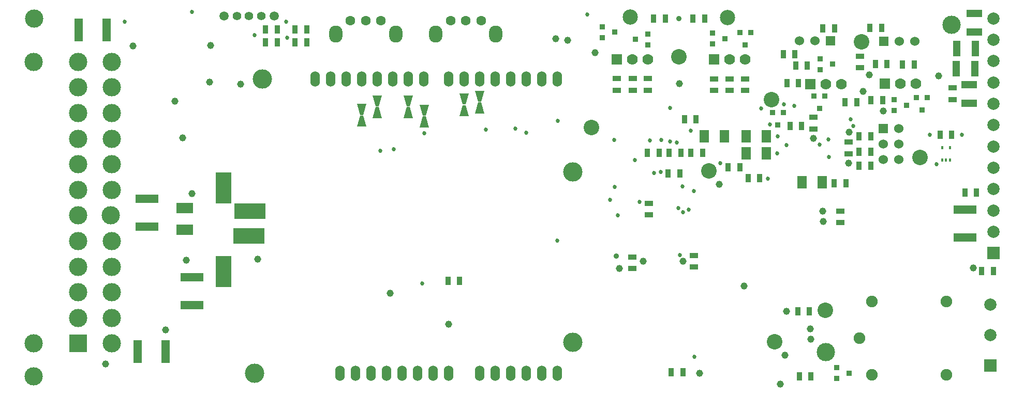
<source format=gbs>
G04 (created by PCBNEW (2013-07-07 BZR 4022)-stable) date 31/03/2014 17:29:00*
%MOIN*%
G04 Gerber Fmt 3.4, Leading zero omitted, Abs format*
%FSLAX34Y34*%
G01*
G70*
G90*
G04 APERTURE LIST*
%ADD10C,0.006*%
%ADD11C,0.0984252*%
%ADD12R,0.036X0.036*%
%ADD13R,0.035X0.055*%
%ADD14R,0.012X0.02*%
%ADD15R,0.06X0.08*%
%ADD16R,0.055X0.035*%
%ADD17R,0.06X0.06*%
%ADD18C,0.06*%
%ADD19R,0.0787402X0.0787402*%
%ADD20C,0.0787402*%
%ADD21R,0.15X0.055*%
%ADD22R,0.055X0.15*%
%ADD23R,0.11X0.07*%
%ADD24C,0.075*%
%ADD25C,0.11811*%
%ADD26R,0.1X0.05*%
%ADD27R,0.05X0.1*%
%ADD28C,0.07*%
%ADD29R,0.07X0.07*%
%ADD30O,0.0866142X0.110236*%
%ADD31C,0.0629921*%
%ADD32C,0.0590551*%
%ADD33C,0.0551181*%
%ADD34O,0.06X0.1*%
%ADD35C,0.125*%
%ADD36R,0.11811X0.11811*%
%ADD37C,0.1*%
%ADD38R,0.1X0.1*%
%ADD39C,0.046*%
%ADD40C,0.027*%
%ADD41C,0.035*%
G04 APERTURE END LIST*
G54D10*
G54D11*
X95650Y-39550D03*
G54D12*
X102700Y-62150D03*
X102700Y-62850D03*
X103500Y-62500D03*
G54D13*
X100275Y-62700D03*
X101025Y-62700D03*
X92025Y-62450D03*
X92775Y-62450D03*
X100925Y-58500D03*
X100175Y-58500D03*
G54D14*
X109975Y-48750D03*
X109475Y-48750D03*
X109975Y-47950D03*
X109725Y-48750D03*
X109475Y-47950D03*
G54D15*
X98150Y-47200D03*
X96850Y-47200D03*
X94150Y-47200D03*
X95450Y-47200D03*
X100450Y-50175D03*
X101750Y-50175D03*
X96850Y-48300D03*
X98150Y-48300D03*
G54D16*
X89525Y-55000D03*
X89525Y-55750D03*
G54D13*
X94050Y-48275D03*
X93300Y-48275D03*
X91250Y-48275D03*
X90500Y-48275D03*
G54D16*
X103450Y-48325D03*
X103450Y-47575D03*
X101200Y-45975D03*
X101200Y-46725D03*
G54D13*
X109350Y-47100D03*
X110100Y-47100D03*
X104875Y-49100D03*
X104125Y-49100D03*
X104875Y-48200D03*
X104125Y-48200D03*
X103275Y-50250D03*
X102525Y-50250D03*
X104875Y-47200D03*
X104125Y-47200D03*
X96975Y-49900D03*
X97725Y-49900D03*
G54D17*
X105700Y-46700D03*
G54D18*
X106700Y-46700D03*
X105700Y-47700D03*
X106700Y-47700D03*
X105700Y-48700D03*
X106700Y-48700D03*
G54D13*
X93625Y-46100D03*
X92875Y-46100D03*
G54D19*
X112600Y-62000D03*
G54D20*
X112600Y-60031D03*
X112600Y-58062D03*
G54D19*
X112800Y-54750D03*
G54D20*
X112800Y-53372D03*
X112800Y-51994D03*
X112800Y-50616D03*
X112800Y-49238D03*
X112800Y-47860D03*
X112800Y-46482D03*
X112800Y-45104D03*
X112800Y-43726D03*
X112800Y-42348D03*
X112800Y-40970D03*
X112800Y-39592D03*
G54D13*
X78400Y-56525D03*
X77650Y-56525D03*
G54D12*
X99250Y-45675D03*
X98550Y-45675D03*
X98900Y-46475D03*
G54D21*
X110950Y-53750D03*
X110950Y-51950D03*
G54D16*
X102925Y-52775D03*
X102925Y-52025D03*
X90575Y-52275D03*
X90575Y-51525D03*
G54D21*
X58250Y-53050D03*
X58250Y-51250D03*
G54D22*
X57650Y-61100D03*
X59450Y-61100D03*
G54D21*
X61150Y-58100D03*
X61150Y-56300D03*
G54D22*
X53850Y-40325D03*
X55650Y-40325D03*
G54D23*
X60700Y-53250D03*
X60700Y-51850D03*
G54D13*
X100050Y-42650D03*
X100800Y-42650D03*
X104825Y-40200D03*
X105575Y-40200D03*
X105925Y-42550D03*
X105175Y-42550D03*
X107675Y-42575D03*
X106925Y-42575D03*
G54D16*
X95800Y-43500D03*
X95800Y-44250D03*
G54D13*
X103225Y-45000D03*
X103975Y-45000D03*
X104900Y-44875D03*
X105650Y-44875D03*
G54D16*
X90525Y-44225D03*
X90525Y-43475D03*
X96775Y-43500D03*
X96775Y-44250D03*
G54D13*
X101800Y-40225D03*
X102550Y-40225D03*
X99250Y-41900D03*
X100000Y-41900D03*
X68550Y-41150D03*
X67800Y-41150D03*
X66650Y-41150D03*
X65900Y-41150D03*
X65900Y-40300D03*
X66650Y-40300D03*
X67800Y-40300D03*
X68550Y-40300D03*
G54D16*
X89550Y-44225D03*
X89550Y-43475D03*
X104200Y-42025D03*
X104200Y-42775D03*
G54D13*
X100225Y-43775D03*
X99475Y-43775D03*
G54D16*
X94800Y-43500D03*
X94800Y-44250D03*
X88525Y-44225D03*
X88525Y-43475D03*
G54D12*
X90525Y-41300D03*
X90525Y-40600D03*
X89725Y-40950D03*
X106375Y-44850D03*
X106375Y-45550D03*
X107175Y-45200D03*
X101925Y-44600D03*
X101225Y-44600D03*
X101575Y-45400D03*
X94700Y-40550D03*
X94700Y-41250D03*
X95500Y-40900D03*
X97150Y-40500D03*
X96450Y-40500D03*
X96800Y-41300D03*
X101625Y-42200D03*
X101625Y-42900D03*
X102425Y-42550D03*
X87600Y-40125D03*
X87600Y-40825D03*
X88400Y-40475D03*
X108525Y-44700D03*
X107825Y-44700D03*
X108175Y-45500D03*
G54D13*
X112775Y-55900D03*
X112025Y-55900D03*
G54D16*
X93475Y-54900D03*
X93475Y-55650D03*
G54D24*
X104150Y-60250D03*
X104940Y-57890D03*
X109740Y-57890D03*
X109740Y-62610D03*
X104940Y-62610D03*
G54D25*
X51000Y-39600D03*
X50950Y-62700D03*
X110100Y-40000D03*
G54D13*
X92650Y-48275D03*
X91900Y-48275D03*
G54D16*
X110150Y-44825D03*
X110150Y-44075D03*
G54D26*
X111550Y-39275D03*
X111550Y-40475D03*
G54D27*
X111600Y-42850D03*
X110400Y-42850D03*
X111625Y-41550D03*
X110425Y-41550D03*
G54D26*
X111225Y-45075D03*
X111225Y-43875D03*
G54D13*
X91825Y-49600D03*
X92575Y-49600D03*
G54D11*
X89400Y-39500D03*
G54D13*
X91650Y-39600D03*
X90900Y-39600D03*
X93425Y-39600D03*
X94175Y-39600D03*
G54D28*
X89525Y-42250D03*
X90525Y-42250D03*
G54D29*
X88525Y-42250D03*
G54D28*
X106800Y-43800D03*
X107800Y-43800D03*
G54D29*
X105800Y-43800D03*
G54D28*
X102000Y-43825D03*
X103000Y-43825D03*
G54D29*
X101000Y-43825D03*
G54D28*
X95800Y-42250D03*
X96800Y-42250D03*
G54D29*
X94800Y-42250D03*
G54D30*
X74279Y-40616D03*
X70420Y-40616D03*
G54D31*
X72350Y-39750D03*
X73334Y-39750D03*
X71365Y-39750D03*
G54D30*
X80729Y-40616D03*
X76870Y-40616D03*
G54D31*
X78800Y-39750D03*
X79784Y-39750D03*
X77815Y-39750D03*
G54D32*
X66450Y-39425D03*
X63221Y-39425D03*
G54D33*
X65623Y-39425D03*
X64835Y-39425D03*
X64048Y-39425D03*
G54D34*
X84700Y-62500D03*
X84700Y-43500D03*
X83700Y-43500D03*
X82700Y-43500D03*
X81700Y-43500D03*
X80700Y-43500D03*
X79700Y-43500D03*
X78700Y-43500D03*
X77700Y-43500D03*
X76100Y-43500D03*
X75100Y-43500D03*
X74100Y-43500D03*
X73100Y-43500D03*
X72100Y-43500D03*
X71100Y-43500D03*
X70100Y-43500D03*
X69100Y-43500D03*
X83700Y-62500D03*
X82700Y-62500D03*
X81700Y-62500D03*
X80700Y-62500D03*
X79700Y-62500D03*
X77700Y-62500D03*
X76700Y-62500D03*
X75700Y-62500D03*
X74700Y-62500D03*
X73700Y-62500D03*
X72700Y-62500D03*
X71700Y-62500D03*
X70700Y-62500D03*
G54D35*
X85700Y-49500D03*
X85700Y-60500D03*
X65700Y-43500D03*
X65200Y-62500D03*
G54D25*
X50950Y-42400D03*
X50950Y-60588D03*
G54D36*
X53824Y-60588D03*
G54D25*
X53824Y-58935D03*
X53824Y-57281D03*
X53824Y-55628D03*
X53824Y-53974D03*
X53824Y-52321D03*
X53824Y-50667D03*
X53824Y-49014D03*
X53824Y-47360D03*
X53824Y-45707D03*
X53824Y-44053D03*
X53824Y-42400D03*
X55989Y-60588D03*
X55989Y-58935D03*
X55989Y-57281D03*
X55989Y-55628D03*
X55989Y-53974D03*
X55938Y-52321D03*
X55989Y-50667D03*
X55989Y-49014D03*
X55989Y-47360D03*
X55989Y-45707D03*
X55989Y-44053D03*
X55989Y-42400D03*
X102000Y-61125D03*
G54D37*
X94450Y-49425D03*
X104300Y-41100D03*
X92525Y-42075D03*
X101950Y-58425D03*
X98700Y-60475D03*
X86900Y-46625D03*
X108050Y-48575D03*
X98475Y-44850D03*
G54D13*
X95700Y-49200D03*
X96450Y-49200D03*
X111700Y-50850D03*
X110950Y-50850D03*
X100425Y-46550D03*
X99675Y-46550D03*
G54D17*
X102300Y-41050D03*
G54D18*
X101300Y-41050D03*
X100300Y-41050D03*
G54D17*
X105725Y-41075D03*
G54D18*
X106725Y-41075D03*
X107725Y-41075D03*
G54D38*
X64375Y-52025D03*
X65375Y-52025D03*
G54D27*
X64875Y-52025D03*
G54D38*
X63200Y-51050D03*
X63200Y-50050D03*
G54D26*
X63200Y-50550D03*
G54D38*
X64325Y-53650D03*
X65325Y-53650D03*
G54D27*
X64825Y-53650D03*
G54D38*
X63200Y-55450D03*
X63200Y-56450D03*
G54D26*
X63200Y-55950D03*
G54D10*
G36*
X76430Y-46630D02*
X75820Y-46630D01*
X76020Y-45920D01*
X76230Y-45920D01*
X76430Y-46630D01*
X76430Y-46630D01*
G37*
G36*
X76020Y-45880D02*
X75820Y-45170D01*
X76430Y-45170D01*
X76230Y-45880D01*
X76020Y-45880D01*
X76020Y-45880D01*
G37*
G36*
X79005Y-45905D02*
X78395Y-45905D01*
X78595Y-45195D01*
X78805Y-45195D01*
X79005Y-45905D01*
X79005Y-45905D01*
G37*
G36*
X78595Y-45155D02*
X78395Y-44445D01*
X79005Y-44445D01*
X78805Y-45155D01*
X78595Y-45155D01*
X78595Y-45155D01*
G37*
G36*
X73405Y-46030D02*
X72795Y-46030D01*
X72995Y-45320D01*
X73205Y-45320D01*
X73405Y-46030D01*
X73405Y-46030D01*
G37*
G36*
X72995Y-45280D02*
X72795Y-44570D01*
X73405Y-44570D01*
X73205Y-45280D01*
X72995Y-45280D01*
X72995Y-45280D01*
G37*
G36*
X72405Y-46580D02*
X71795Y-46580D01*
X71995Y-45870D01*
X72205Y-45870D01*
X72405Y-46580D01*
X72405Y-46580D01*
G37*
G36*
X71995Y-45830D02*
X71795Y-45120D01*
X72405Y-45120D01*
X72205Y-45830D01*
X71995Y-45830D01*
X71995Y-45830D01*
G37*
G36*
X75405Y-46030D02*
X74795Y-46030D01*
X74995Y-45320D01*
X75205Y-45320D01*
X75405Y-46030D01*
X75405Y-46030D01*
G37*
G36*
X74995Y-45280D02*
X74795Y-44570D01*
X75405Y-44570D01*
X75205Y-45280D01*
X74995Y-45280D01*
X74995Y-45280D01*
G37*
G36*
X80005Y-45730D02*
X79395Y-45730D01*
X79595Y-45020D01*
X79805Y-45020D01*
X80005Y-45730D01*
X80005Y-45730D01*
G37*
G36*
X79595Y-44980D02*
X79395Y-44270D01*
X80005Y-44270D01*
X79805Y-44980D01*
X79595Y-44980D01*
X79595Y-44980D01*
G37*
G54D39*
X109250Y-43300D03*
X101825Y-52700D03*
X55600Y-61900D03*
X77700Y-59325D03*
X101000Y-59650D03*
X59450Y-59700D03*
X62300Y-43700D03*
G54D40*
X56825Y-39800D03*
G54D39*
X85350Y-41000D03*
X60800Y-55200D03*
X65375Y-55125D03*
X64300Y-43850D03*
G54D41*
X88500Y-54950D03*
G54D40*
X91950Y-47525D03*
X90000Y-51450D03*
X108700Y-47100D03*
G54D39*
X61150Y-50900D03*
X57350Y-41375D03*
X87125Y-41800D03*
X62350Y-41350D03*
G54D40*
X93500Y-50750D03*
X84725Y-46200D03*
X97825Y-45400D03*
X84700Y-53925D03*
X74150Y-48050D03*
X73275Y-48125D03*
X93525Y-61450D03*
X88600Y-52300D03*
X88375Y-50475D03*
X67225Y-39800D03*
X67300Y-40825D03*
X76125Y-47000D03*
X82000Y-46700D03*
X93150Y-51925D03*
X92750Y-50425D03*
X80075Y-46775D03*
X88075Y-51300D03*
X82700Y-46975D03*
X92800Y-52100D03*
G54D39*
X90225Y-55275D03*
X96725Y-56875D03*
G54D40*
X92575Y-54875D03*
X86625Y-39350D03*
G54D39*
X84575Y-40900D03*
G54D40*
X93300Y-46850D03*
X91400Y-47450D03*
X90650Y-47475D03*
X102150Y-47400D03*
X88350Y-47425D03*
X95200Y-48950D03*
X99950Y-45225D03*
G54D39*
X104375Y-44300D03*
X104775Y-43225D03*
X95125Y-50300D03*
G54D40*
X110750Y-47100D03*
X99300Y-45150D03*
X92475Y-51825D03*
X89700Y-48725D03*
G54D39*
X101775Y-52050D03*
X103450Y-48925D03*
X101200Y-47350D03*
X105675Y-45575D03*
X103500Y-46950D03*
X60050Y-44950D03*
G54D40*
X61150Y-39175D03*
X75975Y-56700D03*
G54D39*
X73925Y-57325D03*
X60550Y-47300D03*
X88700Y-55750D03*
X111475Y-55700D03*
X92775Y-55275D03*
G54D41*
X92525Y-39600D03*
G54D39*
X92550Y-43800D03*
G54D40*
X65175Y-40675D03*
G54D39*
X99450Y-58500D03*
G54D40*
X99450Y-47775D03*
X98875Y-47200D03*
X92400Y-47600D03*
X90925Y-49575D03*
X109125Y-49000D03*
X91350Y-49500D03*
X98250Y-49925D03*
X98850Y-48300D03*
X98400Y-46450D03*
X101600Y-47750D03*
X103600Y-46100D03*
X91950Y-45375D03*
X103750Y-46550D03*
X102200Y-48550D03*
G54D39*
X99050Y-63200D03*
X93850Y-62500D03*
X101025Y-60300D03*
X99350Y-61350D03*
M02*

</source>
